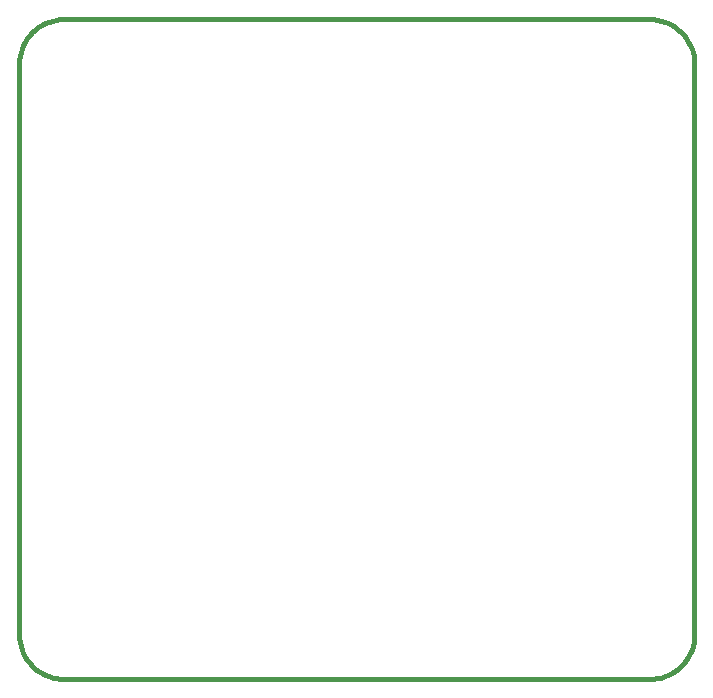
<source format=gbr>
G04 (created by PCBNEW-RS274X (2011-07-20 BZR 3052)-testing) date Sat 20 Aug 2011 07:32:12 AM COT*
G01*
G70*
G90*
%MOIN*%
G04 Gerber Fmt 3.4, Leading zero omitted, Abs format*
%FSLAX34Y34*%
G04 APERTURE LIST*
%ADD10C,0.006000*%
%ADD11C,0.015000*%
G04 APERTURE END LIST*
G54D10*
G54D11*
X67914Y-34630D02*
X67914Y-53630D01*
X66414Y-33130D02*
X65414Y-33130D01*
X67914Y-34630D02*
X67908Y-34500D01*
X67891Y-34370D01*
X67862Y-34242D01*
X67823Y-34117D01*
X67773Y-33997D01*
X67713Y-33881D01*
X67642Y-33770D01*
X67563Y-33666D01*
X67474Y-33570D01*
X67378Y-33481D01*
X67274Y-33402D01*
X67164Y-33331D01*
X67047Y-33271D01*
X66927Y-33221D01*
X66802Y-33182D01*
X66674Y-33153D01*
X66544Y-33136D01*
X66414Y-33130D01*
X46914Y-33130D02*
X65414Y-33130D01*
X45414Y-52630D02*
X45414Y-34630D01*
X50414Y-55130D02*
X62914Y-55130D01*
X63414Y-55130D02*
X62914Y-55130D01*
X63914Y-55130D02*
X63414Y-55130D01*
X66414Y-55130D02*
X63914Y-55130D01*
X66414Y-55130D02*
X66544Y-55124D01*
X66674Y-55107D01*
X66802Y-55078D01*
X66927Y-55039D01*
X67047Y-54989D01*
X67164Y-54929D01*
X67274Y-54858D01*
X67378Y-54779D01*
X67474Y-54690D01*
X67563Y-54594D01*
X67642Y-54490D01*
X67713Y-54379D01*
X67773Y-54263D01*
X67823Y-54143D01*
X67862Y-54018D01*
X67891Y-53890D01*
X67908Y-53760D01*
X67914Y-53630D01*
X46914Y-55130D02*
X50414Y-55130D01*
X45414Y-53630D02*
X45414Y-52630D01*
X45414Y-53630D02*
X45420Y-53760D01*
X45437Y-53890D01*
X45466Y-54018D01*
X45505Y-54143D01*
X45555Y-54263D01*
X45615Y-54379D01*
X45686Y-54490D01*
X45765Y-54594D01*
X45854Y-54690D01*
X45950Y-54779D01*
X46054Y-54858D01*
X46165Y-54929D01*
X46281Y-54989D01*
X46401Y-55039D01*
X46526Y-55078D01*
X46654Y-55107D01*
X46784Y-55124D01*
X46914Y-55130D01*
X46914Y-33130D02*
X46784Y-33136D01*
X46654Y-33153D01*
X46526Y-33182D01*
X46401Y-33221D01*
X46281Y-33271D01*
X46165Y-33331D01*
X46054Y-33402D01*
X45950Y-33481D01*
X45854Y-33570D01*
X45765Y-33666D01*
X45686Y-33770D01*
X45615Y-33881D01*
X45555Y-33997D01*
X45505Y-34117D01*
X45466Y-34242D01*
X45437Y-34370D01*
X45420Y-34500D01*
X45414Y-34630D01*
M02*

</source>
